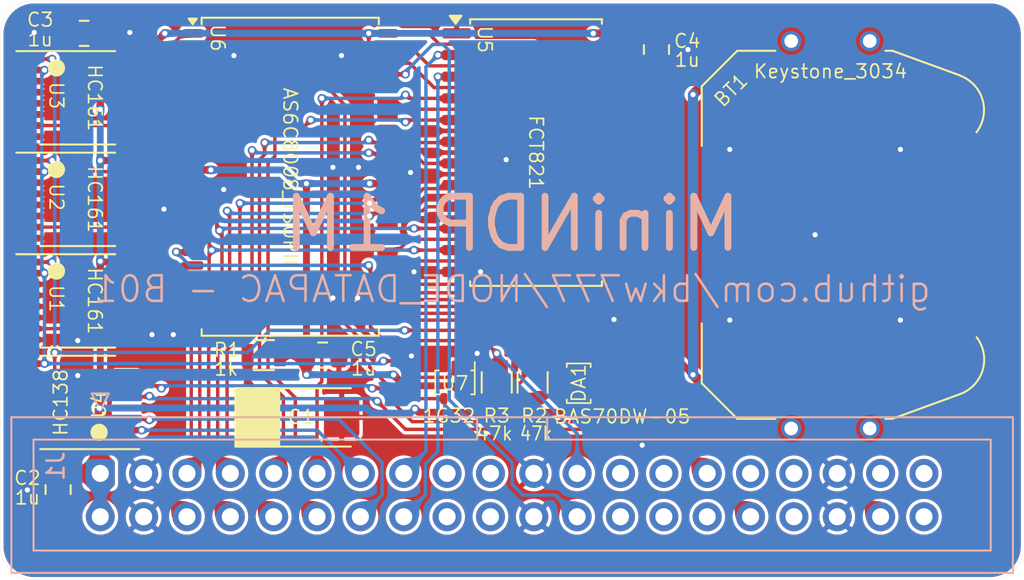
<source format=kicad_pcb>
(kicad_pcb (version 20240108) (generator "pcbnew") (generator_version "8.0")
  (title_block (title "MiniNDP 1M") (date "2024-05-21") (rev "B01") (company "Brian K. White - b.kenyon.w@gmail.com") (comment 1 "github.com/bkw777/NODE_DATAPAC"))
  (layers (0 "F.Cu" signal) (31 "B.Cu" signal) (34 "B.Paste" user) (35 "F.Paste" user) (36 "B.SilkS" user "B.Silkscreen") (37 "F.SilkS" user "F.Silkscreen") (38 "B.Mask" user) (39 "F.Mask" user) (44 "Edge.Cuts" user))
  (net 0 "")
  (net 1 "GND")
  (net 2 "VMEM")
  (net 3 "VBUS")
  (net 4 "/AD0")
  (net 5 "/AD1")
  (net 6 "/AD2")
  (net 7 "/AD3")
  (net 8 "/AD4")
  (net 9 "/AD5")
  (net 10 "/AD6")
  (net 11 "/AD7")
  (net 12 "/A8")
  (net 13 "/A9")
  (net 14 "/~{RD}")
  (net 15 "/RAMRST")
  (net 16 "/~{Y0}")
  (net 17 "/(A)")
  (net 23 "/~{BLOCK}")
  (net 24 "/~{BYTE}")
  (net 25 "/TC0")
  (net 27 "/BUS_A10")
  (net 30 "/SLEEP")
  (net 31 "/A5")
  (net 32 "/A6")
  (net 33 "/TC1")
  (net 34 "/~{CE}")
  (net 35 "/A7")
  (net 36 "/BATT+")
  (net 37 "/BUS_A8")
  (net 38 "/BUS_A9")
  (net 39 "/A0")
  (net 40 "/A1")
  (net 41 "/A2")
  (net 42 "/A3")
  (net 43 "/A4")
  (net 57 "/~{WR}")
  (net 59 "Net-(C1-Pad1)")
  (net 61 "/A15")
  (net 62 "/A12")
  (net 63 "/A13")
  (net 64 "/A18")
  (net 65 "/A14")
  (net 66 "/A16")
  (net 67 "/A17")
  (net 68 "/A10")
  (net 69 "/A11")
  (net 70 "/BUS_A11")
  (net 71 "/A19")
  (footprint "000_LOCAL:CP_6032" (layer "F.Cu") (at 139.5 110.475)
    (property "Reference" "C1")
    (property "Value" "220u10v" (hide yes))
  )
  (footprint "000_LOCAL:TSSOP-16" (layer "F.Cu") (at 126.5 109.6 180)
    (property "Reference" "U4")
    (property "Value" "HC138")
  )
  (footprint "000_LOCAL:C_0805" (layer "F.Cu") (at 125.35 114.704999 -90)
    (property "Reference" "C2")
    (property "Value" "1u")
  )
  (footprint "000_LOCAL:SOIC-24" (layer "F.Cu") (at 153.35 94.958999)
    (property "Reference" "U5")
    (property "Value" "FCT821")
  )
  (footprint "000_LOCAL:Fiducial_0.75_1.5" (layer "F.Cu") (at 179.95 118.025)
    (property "Reference" "F2" (hide yes))
    (property "Value" "Fiducial_0.75_1.5" (hide yes))
  )
  (footprint "000_LOCAL:TSSOP-16" (layer "F.Cu") (at 126.5 97.7)
    (property "Reference" "U2")
    (property "Value" "HC161")
  )
  (footprint "000_LOCAL:Fiducial_0.75_1.5" (layer "F.Cu") (at 179.95 88.025 90)
    (property "Reference" "F2" (hide yes))
    (property "Value" "Fiducial_0.75_1.5" (hide yes))
  )
  (footprint "000_LOCAL:SOT-363_SC-70-6_symmetric" (layer "F.Cu") (at 155.85 108.475 180)
    (property "Reference" "DA1")
    (property "Value" "BAS70DW-05")
  )
  (footprint "000_LOCAL:R_0805" (layer "F.Cu") (at 137.4 106.825 180)
    (property "Reference" "R1")
    (property "Value" "1k")
  )
  (footprint "000_LOCAL:TSSOP-16" (layer "F.Cu") (at 126.5 91.75)
    (property "Reference" "U3")
    (property "Value" "HC161")
  )
  (footprint "000_LOCAL:SOT-353_SC-70-5" (layer "F.Cu") (at 148.6 108.425 -90)
    (property "Reference" "U7")
    (property "Value" "1G32")
  )
  (footprint "000_LOCAL:C_0805" (layer "F.Cu") (at 160.406 88.923999 -90)
    (property "Reference" "C4")
    (property "Value" "1u")
  )
  (footprint "000_LOCAL:R_0805" (layer "F.Cu") (at 153.15 108.425 90)
    (property "Reference" "R2")
    (property "Value" "47k")
  )
  (footprint "000_LOCAL:Fiducial_0.75_1.5" (layer "F.Cu") (at 123.95 118.025)
    (property "Reference" "F3" (hide yes))
    (property "Value" "Fiducial_0.75_1.5" (hide yes))
  )
  (footprint "000_LOCAL:TSOP-II-44" (layer "F.Cu") (at 138.95 96.375)
    (property "Reference" "U6")
    (property "Value" "AS6C8008_TSOPII")
  )
  (footprint "000_LOCAL:MiniNDP_Cover" (layer "F.Cu") (at 151.95 103.025)
    (property "Reference" "ENCLOSURE")
    (property "Value" "MiniNDP_Cover")
  )
  (footprint "000_LOCAL:Keystone_3028_3034" (layer "F.Cu") (at 170.6 99.775 90)
    (property "Reference" "BT1")
    (property "Value" "Keystone_3034")
  )
  (footprint "000_LOCAL:R_0805" (layer "F.Cu") (at 151.05 108.425 90)
    (property "Reference" "R3")
    (property "Value" "47k")
  )
  (footprint "000_LOCAL:C_0805" (layer "F.Cu") (at 126.870001 87.974 180)
    (property "Reference" "C3")
    (property "Value" "1u")
  )
  (footprint "000_LOCAL:C_0805" (layer "F.Cu") (at 140.85 106.825)
    (property "Reference" "C5")
    (property "Value" "1u")
  )
  (footprint "000_LOCAL:TSSOP-16" (layer "F.Cu") (at 126.5 103.65)
    (property "Reference" "U1")
    (property "Value" "HC161")
  )
  (footprint "000_LOCAL:IDC-Header_2x20_P2.54mm_Vertical" (layer "B.Cu") (at 127.82 113.755 -90)
    (property "Reference" "J1")
    (property "Value" "Conn_02x20_Odd_Even")
  )
  (gr_line (start 123.95 86.025) (end 179.95 86.025) (stroke (width 0.01)) (layer "Edge.Cuts"))
  (gr_line (start 179.95 120.025) (end 123.95 120.025) (stroke (width 0.01)) (layer "Edge.Cuts"))
  (gr_arc (start 179.95 86.024999) (mid 181.364214 86.610786) (end 181.950001 88.025) (stroke (width 0.01)) (layer "Edge.Cuts"))
  (gr_arc (start 123.95 120.025) (mid 122.535786 119.439214) (end 121.95 118.025) (stroke (width 0.01)) (layer "Edge.Cuts"))
  (gr_arc (start 181.950001 118.025) (mid 181.364214 119.439214) (end 179.95 120.025001) (stroke (width 0.01)) (layer "Edge.Cuts"))
  (gr_line (start 181.95 88.025) (end 181.95 118.025) (stroke (width 0.01)) (layer "Edge.Cuts"))
  (gr_arc (start 121.949999 88.025) (mid 122.535786 86.610786) (end 123.95 86.024999) (stroke (width 0.01)) (layer "Edge.Cuts"))
  (gr_line (start 121.95 118.025) (end 121.95 88.025) (stroke (width 0.01)) (layer "Edge.Cuts"))
  (gr_text "${TITLE}" (at 151.95 99.15 0) (layer "B.SilkS") (effects (font (size 3 3) (thickness 0.4)) (justify mirror)))
  (gr_text "${COMMENT1} - ${REVISION}" (at 151.95 102.96 0) (layer "B.SilkS") (effects (font (size 1.5 1.5)) (justify mirror)))
  (via (at 146.2 101.944) (size 0.5) (drill 0.3) (layers "F.Cu" "B.Cu") (net 1))
  (via (at 123.95 87.925) (size 0.5) (drill 0.3) (layers "F.Cu" "B.Cu") (net 1))
  (via (at 169.7 99.775) (size 0.5) (drill 0.3) (layers "F.Cu" "B.Cu") (net 1))
  (via (at 164.7 94.775) (size 0.5) (drill 0.3) (layers "F.Cu" "B.Cu") (net 1))
  (via (at 174.7 94.775) (size 0.5) (drill 0.3) (layers "F.Cu" "B.Cu") (net 1))
  (via (at 132.1 105.625) (size 0.5) (drill 0.3) (layers "F.Cu" "B.Cu") (net 1))
  (via (at 142.9 103.475) (size 0.5) (drill 0.3) (layers "F.Cu" "B.Cu") (net 1))
  (via (at 146.05 106.875) (size 0.5) (drill 0.3) (layers "F.Cu" "B.Cu") (net 1))
  (via (at 149.9 106.725) (size 0.5) (drill 0.3) (layers "F.Cu" "B.Cu") (net 1))
  (via (at 141.95 89.275) (size 0.5) (drill 0.3) (layers "F.Cu" "B.Cu") (net 1))
  (via (at 157.919 104.738) (size 0.5) (drill 0.3) (layers "F.Cu" "B.Cu") (net 1))
  (via (at 150.1 101.944) (size 0.5) (drill 0.3) (layers "F.Cu" "B.Cu") (net 1))
  (via (at 151.6 95.375) (size 0.5) (drill 0.3) (layers "F.Cu" "B.Cu") (net 1))
  (via (at 123.55 114.725) (size 0.5) (drill 0.3) (layers "F.Cu" "B.Cu") (net 1))
  (via (at 141.45 103.475) (size 0.5) (drill 0.3) (layers "F.Cu" "B.Cu") (net 1))
  (via (at 126.5 108.025) (size 0.5) (drill 0.3) (layers "F.Cu" "B.Cu") (net 1))
  (via (at 142.95 95.825) (size 0.5) (drill 0.3) (layers "F.Cu" "B.Cu") (net 1))
  (via (at 164.7 104.775) (size 0.5) (drill 0.3) (layers "F.Cu" "B.Cu") (net 1))
  (via (at 130.85 105.625) (size 0.5) (drill 0.3) (layers "F.Cu" "B.Cu") (net 1))
  (via (at 146 96.125) (size 0.5) (drill 0.3) (layers "F.Cu" "B.Cu") (net 1))
  (via (at 131.55 98.275) (size 0.5) (drill 0.3) (layers "F.Cu" "B.Cu") (net 1))
  (via (at 162.25 88.925) (size 0.5) (drill 0.3) (layers "F.Cu" "B.Cu") (net 1))
  (via (at 159.57 112.104) (size 0.5) (drill 0.3) (layers "F.Cu" "B.Cu") (net 1))
  (via (at 129.55 87.925) (size 0.5) (drill 0.3) (layers "F.Cu" "B.Cu") (net 1))
  (via (at 135.65 89.275) (size 0.5) (drill 0.3) (layers "F.Cu" "B.Cu") (net 1))
  (via (at 174.7 104.775) (size 0.5) (drill 0.3) (layers "F.Cu" "B.Cu") (net 1))
  (via (at 141.45 95.825) (size 0.5) (drill 0.3) (layers "F.Cu" "B.Cu") (net 1))
  (via (at 126.5 105.975) (size 0.5) (drill 0.3) (layers "F.Cu" "B.Cu") (net 1))
  (via (at 135.05 97.125) (size 0.5) (drill 0.3) (layers "F.Cu" "B.Cu") (net 1))
  (segment (start 139.900001 106.825) (end 138.349999 106.825) (width 0.4) (layer "F.Cu") (net 2))
  (segment (start 139.900001 106.825) (end 139.900001 106.825001) (width 0.4) (layer "F.Cu") (net 2))
  (segment (start 143.6 96.775) (end 144.65 96.775) (width 0.4) (layer "F.Cu") (net 2))
  (segment (start 148.5 108.625) (end 149.25 109.375) (width 0.4) (layer "F.Cu") (net 2))
  (segment (start 139.900001 106.825001) (end 139.900001 96.775001) (width 0.4) (layer "F.Cu") (net 2))
  (segment (start 151.05 109.374999) (end 153.15 109.374999) (width 0.4) (layer "F.Cu") (net 2))
  (segment (start 153.399999 109.125) (end 153.15 109.374999) (width 0.4) (layer "F.Cu") (net 2))
  (segment (start 154.9 109.125) (end 153.399999 109.125) (width 0.4) (layer "F.Cu") (net 2))
  (segment (start 139.900001 106.825) (end 139.900001 107.974999) (width 0.4) (layer "F.Cu") (net 2))
  (segment (start 145.650001 108.625) (end 148.5 108.625) (width 0.4) (layer "F.Cu") (net 2))
  (segment (start 149.25 109.375) (end 151.049999 109.375) (width 0.4) (layer "F.Cu") (net 2))
  (segment (start 145 107.974999) (end 145.650001 108.625) (width 0.4) (layer "F.Cu") (net 2))
  (segment (start 134.3 95.975) (end 133.25 95.975) (width 0.4) (layer "F.Cu") (net 2))
  (segment (start 151.049999 109.375) (end 151.05 109.374999) (width 0.4) (layer "F.Cu") (net 2))
  (via (at 139.900001 107.974999) (size 0.5) (drill 0.3) (layers "F.Cu" "B.Cu") (net 2))
  (via (at 145 107.974999) (size 0.5) (drill 0.3) (layers "F.Cu" "B.Cu") (net 2))
  (via (at 134.3 95.975) (size 0.5) (drill 0.3) (layers "F.Cu" "B.Cu") (net 2))
  (via (at 139.9 96.775) (size 0.5) (drill 0.3) (layers "F.Cu" "B.Cu") (net 2))
  (via (at 143.6 96.775) (size 0.5) (drill 0.3) (layers "F.Cu" "B.Cu") (net 2))
  (segment (start 139.3 96.775) (end 138.5 95.975) (width 0.4) (layer "B.Cu") (net 2))
  (segment (start 139.9 96.775) (end 139.3 96.775) (width 0.4) (layer "B.Cu") (net 2))
  (segment (start 143.6 96.775) (end 139.9 96.775) (width 0.4) (layer "B.Cu") (net 2))
  (segment (start 138.5 95.975) (end 134.3 95.975) (width 0.4) (layer "B.Cu") (net 2))
  (segment (start 139.900001 107.974999) (end 145 107.974999) (width 0.4) (layer "B.Cu") (net 2))
  (segment (start 144.65 91.175) (end 143.8 91.175) (width 0.2) (layer "F.Cu") (net 3))
  (segment (start 127.75 109.925) (end 127.82 109.855) (width 0.4) (layer "F.Cu") (net 3))
  (segment (start 127.82 95.425) (end 129.35 95.425) (width 0.4) (layer "F.Cu") (net 3))
  (segment (start 155.75 110.175) (end 156.8 109.125) (width 0.4) (layer "F.Cu") (net 3))
  (segment (start 146.45 110.175) (end 155.75 110.175) (width 0.4) (layer "F.Cu") (net 3))
  (segment (start 127.7 113.635) (end 127.7 109.975) (width 0.4) (layer "F.Cu") (net 3))
  (segment (start 129.35 89.475) (end 130.1 89.475) (width 0.4) (layer "F.Cu") (net 3))
  (segment (start 127.7 109.975) (end 127.75 109.925) (width 0.4) (layer "F.Cu") (net 3))
  (segment (start 125.35 113.755) (end 127.82 113.755) (width 0.4) (layer "F.Cu") (net 3))
  (segment (start 123.65 105.275) (end 127.82 105.275) (width 0.2) (layer "F.Cu") (net 3))
  (segment (start 129.35 105.925) (end 129.35 105.275) (width 0.2) (layer "F.Cu") (net 3))
  (segment (start 124.85 112.575) (end 124.85 113.755) (width 0.4) (layer "F.Cu") (net 3))
  (segment (start 127.82 105.275) (end 129.35 105.275) (width 0.2) (layer "F.Cu") (net 3))
  (segment (start 158 87.974) (end 156.701 87.974) (width 0.4) (layer "F.Cu") (net 3))
  (segment (start 146.25 109.975) (end 146.45 110.175) (width 0.4) (layer "F.Cu") (net 3))
  (segment (start 130.1 89.475) (end 131.601 87.974) (width 0.4) (layer "F.Cu") (net 3))
  (segment (start 124.85 113.755) (end 125.35 113.755) (width 0.4) (layer "F.Cu") (net 3))
  (segment (start 143.55 90.925) (end 143.55 87.974) (width 0.2) (layer "F.Cu") (net 3))
  (segment (start 127.87 101.375) (end 129.35 101.375) (width 0.4) (layer "F.Cu") (net 3))
  (segment (start 129.35 95.425) (end 129.35 94.025) (width 0.2) (layer "F.Cu") (net 3))
  (segment (start 124.15 111.875) (end 124.85 112.575) (width 0.4) (layer "F.Cu") (net 3))
  (segment (start 127.82 92.425) (end 127.82 89.475) (width 0.4) (layer "F.Cu") (net 3))
  (segment (start 127.82 109.855) (end 127.82 105.275) (width 0.4) (layer "F.Cu") (net 3))
  (segment (start 158 87.974) (end 160.406 87.974) (width 0.4) (layer "F.Cu") (net 3))
  (segment (start 127.82 101.325) (end 127.82 105.275) (width 0.4) (layer "F.Cu") (net 3))
  (segment (start 127.82 113.755) (end 127.7 113.635) (width 0.4) (layer "F.Cu") (net 3))
  (segment (start 127.82 89.475) (end 127.82 87.974) (width 0.4) (layer "F.Cu") (net 3))
  (segment (start 127.82 101.325) (end 127.87 101.375) (width 0.4) (layer "F.Cu") (net 3))
  (segment (start 129.35 101.375) (end 129.35 99.975) (width 0.2) (layer "F.Cu") (net 3))
  (segment (start 129.35 89.475) (end 127.82 89.475) (width 0.4) (layer "F.Cu") (net 3))
  (segment (start 143.8 91.175) (end 143.55 90.925) (width 0.2) (layer "F.Cu") (net 3))
  (segment (start 123.65 111.875) (end 124.15 111.875) (width 0.4) (layer "F.Cu") (net 3))
  (via (at 156.701 87.974) (size 0.5) (drill 0.3) (layers "F.Cu" "B.Cu") (net 3))
  (via (at 127.82 92.425) (size 0.5) (drill 0.3) (layers "F.Cu" "B.Cu") (net 3))
  (via (at 127.82 95.425) (size 0.5) (drill 0.3) (layers "F.Cu" "B.Cu") (net 3))
  (via (at 127.75 109.925) (size 0.5) (drill 0.3) (layers "F.Cu" "B.Cu") (net 3))
  (via (at 127.82 101.325) (size 0.5) (drill 0.3) (layers "F.Cu" "B.Cu") (net 3))
  (via (at 131.601 87.974) (size 0.5) (drill 0.3) (layers "F.Cu" "B.Cu") (net 3))
  (via (at 143.55 87.974) (size 0.5) (drill 0.3) (layers "F.Cu" "B.Cu") (net 3))
  (via (at 146.25 109.975) (size 0.5) (drill 0.3) (layers "F.Cu" "B.Cu") (net 3))
  (segment (start 127.82 95.425) (end 127.82 92.425) (width 0.4) (layer "B.Cu") (net 3))
  (segment (start 156.701 87.974) (end 143.55 87.974) (width 0.4) (layer "B.Cu") (net 3))
  (segment (start 146 110.225) (end 146.25 109.975) (width 0.4) (layer "B.Cu") (net 3))
  (segment (start 143.7 110.225) (end 146 110.225) (width 0.4) (layer "B.Cu") (net 3))
  (segment (start 127.75 109.925) (end 143.4 109.925) (width 0.4) (layer "B.Cu") (net 3))
  (segment (start 127.82 116.295) (end 127.82 113.755) (width 0.4) (layer "B.Cu") (net 3))
  (segment (start 127.82 101.325) (end 127.82 95.425) (width 0.4) (layer "B.Cu") (net 3))
  (segment (start 143.4 109.925) (end 143.7 110.225) (width 0.4) (layer "B.Cu") (net 3))
  (segment (start 143.55 87.974) (end 131.601 87.974) (width 0.4) (layer "B.Cu") (net 3))
  (segment (start 133.4 98.525) (end 133.95 98.525) (width 0.2) (layer "F.Cu") (net 4))
  (segment (start 148.7 100.673999) (end 146.2 100.673999) (width 0.2) (layer "F.Cu") (net 4))
  (segment (start 134.35 100.675) (end 134.2 100.825) (width 0.2) (layer "F.Cu") (net 4))
  (segment (start 133.15 106.225) (end 133.15 111.675) (width 0.2) (layer "F.Cu") (net 4))
  (segment (start 134.2 100.825) (end 134.2 105.175) (width 0.2) (layer "F.Cu") (net 4))
  (segment (start 134.2 105.175) (end 133.15 106.225) (width 0.2) (layer "F.Cu") (net 4))
  (segment (start 134.2 98.775) (end 134.2 100.525) (width 0.2) (layer "F.Cu") (net 4))
  (segment (start 134.2 100.525) (end 134.35 100.675) (width 0.2) (layer "F.Cu") (net 4))
  (segment (start 133.95 98.525) (end 134.2 98.775) (width 0.2) (layer "F.Cu") (net 4))
  (segment (start 131.63 113.195) (end 131.63 115.025) (width 0.2) (layer "F.Cu") (net 4))
  (segment (start 133.15 111.675) (end 131.63 113.195) (width 0.2) (layer "F.Cu") (net 4))
  (segment (start 131.63 115.025) (end 132.9 116.295) (width 0.2) (layer "F.Cu") (net 4))
  (segment (start 133.25 98.375) (end 133.4 98.525) (width 0.2) (layer "F.Cu") (net 4))
  (via (at 146.2 100.673999) (size 0.5) (drill 0.3) (layers "F.Cu" "B.Cu") (net 4))
  (via (at 134.35 100.675) (size 0.5) (drill 0.3) (layers "F.Cu" "B.Cu") (net 4))
  (segment (start 136.297998 100.675) (end 134.35 100.675) (width 0.2) (layer "B.Cu") (net 4))
  (segment (start 146.2 100.673999) (end 136.298999 100.673999) (width 0.2) (layer "B.Cu") (net 4))
  (segment (start 136.298999 100.673999) (end 136.297998 100.675) (width 0.2) (layer "B.Cu") (net 4))
  (segment (start 134.05 97.725) (end 133.4 97.725) (width 0.2) (layer "F.Cu") (net 5))
  (segment (start 134.65 98.325) (end 134.05 97.725) (width 0.2) (layer "F.Cu") (net 5))
  (segment (start 133.65 106.325) (end 133.65 113.005) (width 0.2) (layer "F.Cu") (net 5))
  (segment (start 133.65 113.005) (end 132.9 113.755) (width 0.2) (layer "F.Cu") (net 5))
  (segment (start 134.95 105.025) (end 133.65 106.325) (width 0.2) (layer "F.Cu") (net 5))
  (segment (start 134.65 99.375) (end 134.65 98.325) (width 0.2) (layer "F.Cu") (net 5))
  (segment (start 133.4 97.725) (end 133.25 97.575) (width 0.2) (layer "F.Cu") (net 5))
  (segment (start 148.7 99.403999) (end 146.2 99.403999) (width 0.2) (layer "F.Cu") (net 5))
  (segment (start 134.8 99.525) (end 134.95 99.675) (width 0.2) (layer "F.Cu") (net 5))
  (segment (start 134.95 99.675) (end 134.95 105.025) (width 0.2) (layer "F.Cu") (net 5))
  (segment (start 134.8 99.525) (end 134.65 99.375) (width 0.2) (layer "F.Cu") (net 5))
  (via (at 146.2 99.403999) (size 0.5) (drill 0.3) (layers "F.Cu" "B.Cu") (net 5))
  (via (at 134.8 99.525) (size 0.5) (drill 0.3) (layers "F.Cu" "B.Cu") (net 5))
  (segment (start 134.921001 99.403999) (end 134.8 99.525) (width 0.2) (layer "B.Cu") (net 5))
  (segment (start 146.2 99.403999) (end 134.921001 99.403999) (width 0.2) (layer "B.Cu") (net 5))
  (segment (start 146.941001 98.133999) (end 148.699999 98.133999) (width 0.2) (layer "F.Cu") (net 6))
  (segment (start 143.75 98.525) (end 144.5 98.525) (width 0.2) (layer "F.Cu") (net 6))
  (segment (start 143.6 98.675) (end 143.75 98.525) (width 0.2) (layer "F.Cu") (net 6))
  (segment (start 135.25 98.375) (end 135.4 98.525) (width 0.2) (layer "F.Cu") (net 6))
  (segment (start 134.17 106.405) (end 134.17 115.025) (width 0.2) (layer "F.Cu") (net 6))
  (segment (start 144.5 98.525) (end 144.65 98.375) (width 0.2) (layer "F.Cu") (net 6))
  (segment (start 134.17 115.025) (end 135.44 116.295) (width 0.2) (layer "F.Cu") (net 6))
  (segment (start 146.7 98.375) (end 146.941001 98.133999) (width 0.2) (layer "F.Cu") (net 6))
  (segment (start 135.4 105.175) (end 134.17 106.405) (width 0.2) (layer "F.Cu") (net 6))
  (segment (start 135.4 98.525) (end 135.4 105.175) (width 0.2) (layer "F.Cu") (net 6))
  (segment (start 144.65 98.375) (end 146.7 98.375) (width 0.2) (layer "F.Cu") (net 6))
  (via (at 135.25 98.375) (size 0.5) (drill 0.3) (layers "F.Cu" "B.Cu") (net 6))
  (via (at 143.6 98.675) (size 0.5) (drill 0.3) (layers "F.Cu" "B.Cu") (net 6))
  (segment (start 143.45 98.525) (end 135.4 98.525) (width 0.2) (layer "B.Cu") (net 6))
  (segment (start 143.6 98.675) (end 143.45 98.525) (width 0.2) (layer "B.Cu") (net 6))
  (segment (start 135.4 98.525) (end 135.25 98.375) (width 0.2) (layer "B.Cu") (net 6))
  (segment (start 148.488999 97.075) (end 148.7 96.863999) (width 0.2) (layer "F.Cu") (net 7))
  (segment (start 143.8 97.725) (end 144.5 97.725) (width 0.2) (layer "F.Cu") (net 7))
  (segment (start 146.24525 97.575) (end 146.74525 97.075) (width 0.2) (layer "F.Cu") (net 7))
  (segment (start 146.74525 97.075) (end 148.488999 97.075) (width 0.2) (layer "F.Cu") (net 7))
  (segment (start 134.7 113.015) (end 135.44 113.755) (width 0.2) (layer "F.Cu") (net 7))
  (segment (start 144.5 97.725) (end 144.65 97.575) (width 0.2) (layer "F.Cu") (net 7))
  (segment (start 136 97.925) (end 136 105.175) (width 0.2) (layer "F.Cu") (net 7))
  (segment (start 143.6 97.925) (end 143.8 97.725) (width 0.2) (layer "F.Cu") (net 7))
  (segment (start 136 105.175) (end 134.7 106.475) (width 0.2) (layer "F.Cu") (net 7))
  (segment (start 144.65 97.575) (end 146.24525 97.575) (width 0.2) (layer "F.Cu") (net 7))
  (segment (start 134.7 106.475) (end 134.7 113.015) (width 0.2) (layer "F.Cu") (net 7))
  (via (at 136 97.925) (size 0.5) (drill 0.3) (layers "F.Cu" "B.Cu") (net 7))
  (via (at 143.6 97.925) (size 0.5) (drill 0.3) (layers "F.Cu" "B.Cu") (net 7))
  (segment (start 143.6 97.925) (end 136 97.925) (width 0.2) (layer "B.Cu") (net 7))
  (segment (start 146.768999 95.593999) (end 148.7 95.593999) (width 0.2) (layer "F.Cu") (net 8))
  (segment (start 136.71 94.825) (end 136.71 105.065) (width 0.2) (layer "F.Cu") (net 8))
  (segment (start 144.65 95.175) (end 146.35 95.175) (width 0.2) (layer "F.Cu") (net 8))
  (segment (start 136.71 105.065) (end 135.25 106.525) (width 0.2) (layer "F.Cu") (net 8))
  (segment (start 143.6 95.025) (end 144.5 95.025) (width 0.2) (layer "F.Cu") (net 8))
  (segment (start 135.25 111.675) (end 136.71 113.135) (width 0.2) (layer "F.Cu") (net 8))
  (segment (start 146.35 95.175) (end 146.768999 95.593999) (width 0.2) (layer "F.Cu") (net 8))
  (segment (start 143.55 94.975) (end 143.6 95.025) (width 0.2) (layer "F.Cu") (net 8))
  (segment (start 144.5 95.025) (end 144.65 95.175) (width 0.2) (layer "F.Cu") (net 8))
  (segment (start 135.25 106.525) (end 135.25 111.675) (width 0.2) (layer "F.Cu") (net 8))
  (segment (start 136.71 113.135) (end 136.71 115.025) (width 0.2) (layer "F.Cu") (net 8))
  (segment (start 136.71 115.025) (end 137.98 116.295) (width 0.2) (layer "F.Cu") (net 8))
  (via (at 143.55 94.975) (size 0.5) (drill 0.3) (layers "F.Cu" "B.Cu") (net 8))
  (via (at 136.71 94.825) (size 0.5) (drill 0.3) (layers "F.Cu" "B.Cu") (net 8))
  (segment (start 136.71 94.825) (end 136.86 94.975) (width 0.2) (layer "B.Cu") (net 8))
  (segment (start 136.86 94.975) (end 143.55 94.975) (width 0.2) (layer "B.Cu") (net 8))
  (segment (start 143.55 94.225) (end 143.7 94.375) (width 0.2) (layer "F.Cu") (net 9))
  (segment (start 137.15 95.375) (end 137.15 107.875) (width 0.2) (layer "F.Cu") (net 9))
  (segment (start 148.648999 94.375) (end 148.7 94.323999) (width 0.2) (layer "F.Cu") (net 9))
  (segment (start 137.45 94.375) (end 137.45 95.075) (width 0.2) (layer "F.Cu") (net 9))
  (segment (start 137.15 107.875) (end 138.55 109.275) (width 0.2) (layer "F.Cu") (net 9))
  (segment (start 137.45 95.075) (end 137.15 95.375) (width 0.2) (layer "F.Cu") (net 9))
  (segment (start 138.55 109.275) (end 138.55 113.185) (width 0.2) (layer "F.Cu") (net 9))
  (segment (start 143.7 94.375) (end 148.648999 94.375) (width 0.2) (layer "F.Cu") (net 9))
  (segment (start 138.55 113.185) (end 137.98 113.755) (width 0.2) (layer "F.Cu") (net 9))
  (via (at 143.55 94.225) (size 0.5) (drill 0.3) (layers "F.Cu" "B.Cu") (net 9))
  (via (at 137.45 94.375) (size 0.5) (drill 0.3) (layers "F.Cu" "B.Cu") (net 9))
  (segment (start 137.45 94.375) (end 143.4 94.375) (width 0.2) (layer "B.Cu") (net 9))
  (segment (start 143.4 94.375) (end 143.55 94.225) (width 0.2) (layer "B.Cu") (net 9))
  (segment (start 145.821001 93.053999) (end 145.7 93.175) (width 0.2) (layer "F.Cu") (net 10))
  (segment (start 137.65 107.725) (end 139.25 109.325) (width 0.2) (layer "F.Cu") (net 10))
  (segment (start 139.428999 93.775) (end 138.05 93.775) (width 0.2) (layer "F.Cu") (net 10))
  (segment (start 138.05 93.775) (end 136.9 93.775) (width 0.2) (layer "F.Cu") (net 10))
  (segment (start 148.7 93.053999) (end 145.821001 93.053999) (width 0.2) (layer "F.Cu") (net 10))
  (segment (start 138.05 95.175) (end 137.65 95.575) (width 0.2) (layer "F.Cu") (net 10))
  (segment (start 138.05 93.775) (end 138.05 95.175) (width 0.2) (layer "F.Cu") (net 10))
  (segment (start 135.65 95.025) (end 133.4 95.025) (width 0.2) (layer "F.Cu") (net 10))
  (segment (start 137.65 95.575) (end 137.65 107.725) (width 0.2) (layer "F.Cu") (net 10))
  (segment (start 136.9 93.775) (end 135.65 95.025) (width 0.2) (layer "F.Cu") (net 10))
  (segment (start 139.25 115.025) (end 140.52 116.295) (width 0.2) (layer "F.Cu") (net 10))
  (segment (start 140.15 93.053999) (end 139.428999 93.775) (width 0.2) (layer "F.Cu") (net 10))
  (segment (start 139.25 109.325) (end 139.25 115.025) (width 0.2) (layer "F.Cu") (net 10))
  (segment (start 133.4 95.025) (end 133.25 95.175) (width 0.2) (layer "F.Cu") (net 10))
  (via (at 145.7 93.175) (size 0.5) (drill 0.3) (layers "F.Cu" "B.Cu") (net 10))
  (via (at 140.15 93.053999) (size 0.5) (drill 0.3) (layers "F.Cu" "B.Cu") (net 10))
  (segment (start 145.578999 93.053999) (end 145.7 93.175) (width 0.2) (layer "B.Cu") (net 10))
  (segment (start 140.15 93.053999) (end 145.578999 93.053999) (width 0.2) (layer "B.Cu") (net 10))
  (segment (start 140.52 108.655) (end 140.52 113.755) (width 0.2) (layer "F.Cu") (net 11))
  (segment (start 148.699999 91.783999) (end 145.908999 91.783999) (width 0.2) (layer "F.Cu") (net 11))
  (segment (start 135.35 94.375) (end 133.25 94.375) (width 0.2) (layer "F.Cu") (net 11))
  (segment (start 137.3 92.425) (end 135.35 94.375) (width 0.2) (layer "F.Cu") (net 11))
  (segment (start 145.908999 91.783999) (end 145.7 91.575) (width 0.2) (layer "F.Cu") (net 11))
  (segment (start 140.8 92.425) (end 137.3 92.425) (width 0.2) (layer "F.Cu") (net 11))
  (segment (start 140.8 91.775) (end 140.8 108.375) (width 0.2) (layer "F.Cu") (net 11))
  (segment (start 140.8 108.375) (end 140.52 108.655) (width 0.2) (layer "F.Cu") (net 11))
  (via (at 140.8 91.775) (size 0.5) (drill 0.3) (layers "F.Cu" "B.Cu") (net 11))
  (via (at 145.7 91.575) (size 0.5) (drill 0.3) (layers "F.Cu" "B.Cu") (net 11))
  (segment (start 140.808999 91.783999) (end 145.491001 91.783999) (width 0.2) (layer "B.Cu") (net 11))
  (segment (start 140.8 91.775) (end 140.808999 91.783999) (width 0.2) (layer "B.Cu") (net 11))
  (segment (start 145.491001 91.783999) (end 145.7 91.575) (width 0.2) (layer "B.Cu") (net 11))
  (segment (start 129.35 90.775) (end 129.45 90.675) (width 0.2) (layer "F.Cu") (net 12))
  (segment (start 130.2 90.675) (end 131.35 89.525) (width 0.2) (layer "F.Cu") (net 12))
  (segment (start 132.55 88.125) (end 133.1 88.125) (width 0.2) (layer "F.Cu") (net 12))
  (segment (start 133.1 88.125) (end 133.25 87.975) (width 0.2) (layer "F.Cu") (net 12))
  (segment (start 131.35 89.325) (end 132.55 88.125) (width 0.2) (layer "F.Cu") (net 12))
  (segment (start 131.35 89.525) (end 131.35 89.325) (width 0.2) (layer "F.Cu") (net 12))
  (segment (start 129.45 90.675) (end 130.2 90.675) (width 0.2) (layer "F.Cu") (net 12))
  (segment (start 133.1 88.925) (end 133.25 88.775) (width 0.2) (layer "F.Cu") (net 13))
  (segment (start 129.45 91.325) (end 130.2 91.325) (width 0.2) (layer "F.Cu") (net 13))
  (segment (start 129.35 91.425) (end 129.45 91.325) (width 0.2) (layer "F.Cu") (net 13))
  (segment (start 130.2 91.325) (end 132.6 88.925) (width 0.2) (layer "F.Cu") (net 13))
  (segment (start 132.6 88.925) (end 133.1 88.925) (width 0.2) (layer "F.Cu") (net 13))
  (segment (start 144.65 90.375) (end 145.7 90.375) (width 0.2) (layer "F.Cu") (net 14))
  (via (at 145.7 90.375) (size 0.5) (drill 0.3) (layers "F.Cu" "B.Cu") (net 14))
  (segment (start 145.7 90.375) (end 145.7 90.225) (width 0.2) (layer "B.Cu") (net 14))
  (segment (start 154.49 115.025) (end 155.76 116.295) (width 0.2) (layer "B.Cu") (net 14))
  (segment (start 152.585 115.025) (end 154.49 115.025) (width 0.2) (layer "B.Cu") (net 14))
  (segment (start 145.7 90.225) (end 147.3 88.625) (width 0.2) (layer "B.Cu") (net 14))
  (segment (start 148.267 109.447) (end 151.95 113.13) (width 0.2) (layer "B.Cu") (net 14))
  (segment (start 148.267 88.99) (end 148.267 109.447) (width 0.2) (layer "B.Cu") (net 14))
  (segment (start 151.95 114.39) (end 152.585 115.025) (width 0.2) (layer "B.Cu") (net 14))
  (segment (start 147.3 88.625) (end 147.902 88.625) (width 0.2) (layer "B.Cu") (net 14))
  (segment (start 151.95 113.13) (end 151.95 114.39) (width 0.2) (layer "B.Cu") (net 14))
  (segment (start 147.902 88.625) (end 148.267 88.99) (width 0.2) (layer "B.Cu") (net 14))
  (segment (start 172.27 115.025) (end 173.54 116.295) (width 0.2) (layer "F.Cu") (net 15))
  (segment (start 167.825 115.025) (end 172.27 115.025) (width 0.2) (layer "F.Cu") (net 15))
  (segment (start 167.19 113.12) (end 167.19 114.39) (width 0.2) (layer "F.Cu") (net 15))
  (segment (start 166.174 112.104) (end 167.19 113.12) (width 0.2) (layer "F.Cu") (net 15))
  (segment (start 165.729 112.104) (end 166.174 112.104) (width 0.2) (layer "F.Cu") (net 15))
  (segment (start 167.19 114.39) (end 167.825 115.025) (width 0.2) (layer "F.Cu") (net 15))
  (segment (start 156.8 107.825) (end 161.45 107.825) (width 0.2) (layer "F.Cu") (net 15))
  (segment (start 161.45 107.825) (end 165.729 112.104) (width 0.2) (layer "F.Cu") (net 15))
  (segment (start 145.7 111.175) (end 160.8 111.175) (width 0.2) (layer "F.Cu") (net 16))
  (segment (start 130.7 109.225) (end 130.65 109.275) (width 0.2) (layer "F.Cu") (net 16))
  (segment (start 160.8 111.175) (end 163.38 113.755) (width 0.2) (layer "F.Cu") (net 16))
  (segment (start 130.65 109.275) (end 129.35 109.275) (width 0.2) (layer "F.Cu") (net 16))
  (segment (start 144.05 109.525) (end 145.7 111.175) (width 0.2) (layer "F.Cu") (net 16))
  (via (at 144.05 109.525) (size 0.5) (drill 0.3) (layers "F.Cu" "B.Cu") (net 16))
  (via (at 130.7 109.225) (size 0.5) (drill 0.3) (layers "F.Cu" "B.Cu") (net 16))
  (segment (start 143.9 109.375) (end 130.85 109.375) (width 0.2) (layer "B.Cu") (net 16))
  (segment (start 130.85 109.375) (end 130.7 109.225) (width 0.2) (layer "B.Cu") (net 16))
  (segment (start 144.05 109.525) (end 143.9 109.375) (width 0.2) (layer "B.Cu") (net 16))
  (segment (start 146.1 110.725) (end 162.255 110.725) (width 0.2) (layer "F.Cu") (net 17))
  (segment (start 162.255 110.725) (end 164.65 113.12) (width 0.2) (layer "F.Cu") (net 17))
  (segment (start 131.25 108.625) (end 129.35 108.625) (width 0.2) (layer "F.Cu") (net 17))
  (segment (start 143.75 108.775) (end 144.15 108.775) (width 0.2) (layer "F.Cu") (net 17))
  (segment (start 164.65 115.025) (end 165.92 116.295) (width 0.2) (layer "F.Cu") (net 17))
  (segment (start 131.4 108.775) (end 131.25 108.625) (width 0.2) (layer "F.Cu") (net 17))
  (segment (start 164.65 113.12) (end 164.65 115.025) (width 0.2) (layer "F.Cu") (net 17))
  (segment (start 144.15 108.775) (end 146.1 110.725) (width 0.2) (layer "F.Cu") (net 17))
  (via (at 143.75 108.775) (size 0.5) (drill 0.3) (layers "F.Cu" "B.Cu") (net 17))
  (via (at 131.4 108.775) (size 0.5) (drill 0.3) (layers "F.Cu" "B.Cu") (net 17))
  (segment (start 143.75 108.775) (end 143.6 108.625) (width 0.2) (layer "B.Cu") (net 17))
  (segment (start 131.55 108.625) (end 131.4 108.775) (width 0.2) (layer "B.Cu") (net 17))
  (segment (start 143.6 108.625) (end 131.55 108.625) (width 0.2) (layer "B.Cu") (net 17))
  (segment (start 125.15 106.675) (end 125.15 108.225) (width 0.2) (layer "F.Cu") (net 23))
  (segment (start 152.8 105.375) (end 156.231002 101.943998) (width 0.2) (layer "F.Cu") (net 23))
  (segment (start 145.65 105.375) (end 152.8 105.375) (width 0.2) (layer "F.Cu") (net 23))
  (segment (start 156.231002 101.943998) (end 158 101.943998) (width 0.2) (layer "F.Cu") (net 23))
  (segment (start 124.75 108.625) (end 123.65 108.625) (width 0.2) (layer "F.Cu") (net 23))
  (segment (start 123.65 89.475) (end 125 89.475) (width 0.2) (layer "F.Cu") (net 23))
  (segment (start 123.65 95.425) (end 125 95.425) (width 0.2) (layer "F.Cu") (net 23))
  (segment (start 125.15 108.225) (end 124.75 108.625) (width 0.2) (layer "F.Cu") (net 23))
  (segment (start 123.65 101.375) (end 125 101.375) (width 0.2) (layer "F.Cu") (net 23))
  (via (at 145.65 105.375) (size 0.5) (drill 0.3) (layers "F.Cu" "B.Cu") (net 23))
  (via (at 125 95.425) (size 0.5) (drill 0.3) (layers "F.Cu" "B.Cu") (net 23))
  (via (at 125 89.475) (size 0.5) (drill 0.3) (layers "F.Cu" "B.Cu") (net 23))
  (via (at 125.15 106.675) (size 0.5) (drill 0.3) (layers "F.Cu" "B.Cu") (net 23))
  (via (at 125 101.375) (size 0.5) (drill 0.3) (layers "F.Cu" "B.Cu") (net 23))
  (segment (start 137.75 105.375) (end 136.45 106.675) (width 0.2) (layer "B.Cu") (net 23))
  (segment (start 125.15 95.575) (end 125.15 101.225) (width 0.2) (layer "B.Cu") (net 23))
  (segment (start 125.15 101.225) (end 125 101.375) (width 0.2) (layer "B.Cu") (net 23))
  (segment (start 145.65 105.375) (end 137.75 105.375) (width 0.2) (layer "B.Cu") (net 23))
  (segment (start 125.15 89.625) (end 125.15 95.275) (width 0.2) (layer "B.Cu") (net 23))
  (segment (start 125.15 101.525) (end 125 101.375) (width 0.2) (layer "B.Cu") (net 23))
  (segment (start 125.15 106.675) (end 125.15 101.525) (width 0.2) (layer "B.Cu") (net 23))
  (segment (start 125.15 95.275) (end 125 95.425) (width 0.2) (layer "B.Cu") (net 23))
  (segment (start 125 95.425) (end 125.15 95.575) (width 0.2) (layer "B.Cu") (net 23))
  (segment (start 125 89.475) (end 125.15 89.625) (width 0.2) (layer "B.Cu") (net 23))
  (segment (start 136.45 106.675) (end 125.15 106.675) (width 0.2) (layer "B.Cu") (net 23))
  (segment (start 123.65 90.125) (end 124.55 90.125) (width 0.2) (layer "F.Cu") (net 24))
  (segment (start 148.6 107.475001) (end 148.5 107.575001) (width 0.2) (layer "F.Cu") (net 24))
  (segment (start 148.5 107.575001) (end 148.5 107.925) (width 0.2) (layer "F.Cu") (net 24))
  (segment (start 123.65 107.325) (end 124.55 107.325) (width 0.2) (layer "F.Cu") (net 24))
  (segment (start 146.1 108.125) (end 145.15 107.175) (width 0.2) (layer "F.Cu") (net 24))
  (segment (start 123.65 102.025) (end 124.55 102.025) (width 0.2) (layer "F.Cu") (net 24))
  (segment (start 145.15 107.175) (end 144.4 107.175) (width 0.2) (layer "F.Cu") (net 24))
  (segment (start 148.5 107.925) (end 148.3 108.125) (width 0.2) (layer "F.Cu") (net 24))
  (segment (start 148.3 108.125) (end 146.1 108.125) (width 0.2) (layer "F.Cu") (net 24))
  (segment (start 123.65 96.075) (end 124.55 96.075) (width 0.2) (layer "F.Cu") (net 24))
  (via (at 124.55 102.025) (size 0.5) (drill 0.3) (layers "F.Cu" "B.Cu") (net 24))
  (via (at 144.4 107.175) (size 0.5) (drill 0.3) (layers "F.Cu" "B.Cu") (net 24))
  (via (at 124.55 107.325) (size 0.5) (drill 0.3) (layers "F.Cu" "B.Cu") (net 24))
  (via (at 124.55 96.075) (size 0.5) (drill 0.3) (layers "F.Cu" "B.Cu") (net 24))
  (via (at 124.55 90.125) (size 0.5) (drill 0.3) (layers "F.Cu" "B.Cu") (net 24))
  (segment (start 124.4 95.925) (end 124.4 90.275) (width 0.2) (layer "B.Cu") (net 24))
  (segment (start 124.55 102.025) (end 124.4 101.875) (width 0.2) (layer "B.Cu") (net 24))
  (segment (start 124.4 101.875) (end 124.4 96.225) (width 0.2) (layer "B.Cu") (net 24))
  (segment (start 144.25 107.325) (end 124.55 107.325) (width 0.2) (layer "B.Cu") (net 24))
  (segment (start 124.4 96.225) (end 124.55 96.075) (width 0.2) (layer "B.Cu") (net 24))
  (segment (start 124.55 107.325) (end 124.55 102.025) (width 0.2) (layer "B.Cu") (net 24))
  (segment (start 124.55 96.075) (end 124.4 95.925) (width 0.2) (layer "B.Cu") (net 24))
  (segment (start 124.4 90.275) (end 124.55 90.125) (width 0.2) (layer "B.Cu") (net 24))
  (segment (start 144.4 107.175) (end 144.25 107.325) (width 0.2) (layer "B.Cu") (net 24))
  (segment (start 130.45 99.675) (end 130.2 99.425) (width 0.2) (layer "F.Cu") (net 25))
  (segment (start 129.45 99.425) (end 129.35 99.325) (width 0.2) (layer "F.Cu") (net 25))
  (segment (start 129.35 102.025) (end 129.45 101.925) (width 0.2) (layer "F.Cu") (net 25))
  (segment (start 130.45 101.675) (end 130.45 99.675) (width 0.2) (layer "F.Cu") (net 25))
  (segment (start 129.35 99.325) (end 123.65 99.325) (width 0.2) (layer "F.Cu") (net 25))
  (segment (start 130.2 99.425) (end 129.45 99.425) (width 0.2) (layer "F.Cu") (net 25))
  (segment (start 130.2 101.925) (end 130.45 101.675) (width 0.2) (layer "F.Cu") (net 25))
  (segment (start 129.45 101.925) (end 130.2 101.925) (width 0.2) (layer "F.Cu") (net 25))
  (segment (start 148.7 90.513999) (end 147.6 90.513999) (width 0.2) (layer "F.Cu") (net 27))
  (via (at 147.6 90.513999) (size 0.5) (drill 0.3) (layers "F.Cu" "B.Cu") (net 27))
  (segment (start 147.6 112.4825) (end 146.87 113.2125) (width 0.2) (layer "B.Cu") (net 27))
  (segment (start 146.87 113.2125) (end 146.87 115.025) (width 0.2) (layer "B.Cu") (net 27))
  (segment (start 146.87 115.025) (end 145.6 116.295) (width 0.2) (layer "B.Cu") (net 27))
  (segment (start 147.6 90.513999) (end 147.6 112.4825) (width 0.2) (layer "B.Cu") (net 27))
  (segment (start 149.95 108.725) (end 152.15 108.725) (width 0.2) (layer "F.Cu") (net 30))
  (segment (start 149.35 107.575) (end 149.35 108.125) (width 0.2) (layer "F.Cu") (net 30))
  (segment (start 154.9 107.825) (end 154.8 107.725) (width 0.2) (layer "F.Cu") (net 30))
  (segment (start 152.6 107.475001) (end 153.15 107.475001) (width 0.2) (layer "F.Cu") (net 30))
  (segment (start 149.35 108.125) (end 149.95 108.725) (width 0.2) (layer "F.Cu") (net 30))
  (segment (start 154.8 107.725) (end 153.399999 107.725) (width 0.2) (layer "F.Cu") (net 30))
  (segment (start 152.15 108.725) (end 152.6 108.275) (width 0.2) (layer "F.Cu") (net 30))
  (segment (start 153.399999 107.725) (end 153.15 107.475001) (width 0.2) (layer "F.Cu") (net 30))
  (segment (start 149.25 107.475) (end 149.35 107.575) (width 0.2) (layer "F.Cu") (net 30))
  (segment (start 152.6 108.275) (end 152.6 107.475001) (width 0.2) (layer "F.Cu") (net 30))
  (segment (start 130.2 97.275) (end 130.8 96.675) (width 0.2) (layer "F.Cu") (net 31))
  (segment (start 130.8 92.275) (end 132.55 90.525) (width 0.2) (layer "F.Cu") (net 31))
  (segment (start 130.8 96.675) (end 130.8 92.275) (width 0.2) (layer "F.Cu") (net 31))
  (segment (start 129.45 97.275) (end 130.2 97.275) (width 0.2) (layer "F.Cu") (net 31))
  (segment (start 129.35 97.375) (end 129.45 97.275) (width 0.2) (layer "F.Cu") (net 31))
  (segment (start 133.1 90.525) (end 133.25 90.375) (width 0.2) (layer "F.Cu") (net 31))
  (segment (start 132.55 90.525) (end 133.1 90.525) (width 0.2) (layer "F.Cu") (net 31))
  (segment (start 133.1 91.325) (end 133.25 91.175) (width 0.2) (layer "F.Cu") (net 32))
  (segment (start 131.2 96.925) (end 131.2 92.625) (width 0.2) (layer "F.Cu") (net 32))
  (segment (start 131.2 92.625) (end 132.5 91.325) (width 0.2) (layer "F.Cu") (net 32))
  (segment (start 129.35 98.025) (end 129.45 97.925) (width 0.2) (layer "F.Cu") (net 32))
  (segment (start 130.2 97.925) (end 131.2 96.925) (width 0.2) (layer "F.Cu") (net 32))
  (segment (start 132.5 91.325) (end 133.1 91.325) (width 0.2) (layer "F.Cu") (net 32))
  (segment (start 129.45 97.925) (end 130.2 97.925) (width 0.2) (layer "F.Cu") (net 32))
  (segment (start 127.55 96.075) (end 127.2 95.725) (width 0.2) (layer "F.Cu") (net 33))
  (segment (start 129.35 93.375) (end 123.65 93.375) (width 0.2) (layer "F.Cu") (net 33))
  (segment (start 129.35 96.075) (end 127.55 96.075) (width 0.2) (layer "F.Cu") (net 33))
  (segment (start 127.2 95.725) (end 127.2 93.375) (width 0.2) (layer "F.Cu") (net 33))
  (segment (start 143.25 107.175) (end 145.45 109.375) (width 0.2) (layer "F.Cu") (net 34))
  (segment (start 142.15 104.975) (end 143.25 106.075) (width 0.2) (layer "F.Cu") (net 34))
  (segment (start 143.25 106.075) (end 143.25 107.175) (width 0.2) (layer "F.Cu") (net 34))
  (segment (start 139.65 91.975) (end 140.5 91.125) (width 0.2) (layer "F.Cu") (net 34))
  (segment (start 140.5 91.125) (end 141.1 91.125) (width 0.2) (layer "F.Cu") (net 34))
  (segment (start 145.45 109.375) (end 147.95 109.375) (width 0.2) (layer "F.Cu") (net 34))
  (segment (start 133.25 91.975) (end 139.65 91.975) (width 0.2) (layer "F.Cu") (net 34))
  (segment (start 141.1 91.125) (end 142.15 92.175) (width 0.2) (layer "F.Cu") (net 34))
  (segment (start 142.15 92.175) (end 142.15 104.975) (width 0.2) (layer "F.Cu") (net 34))
  (segment (start 131.35 100.902) (end 132.023 101.575) (width 0.2) (layer "F.Cu") (net 35))
  (segment (start 132.023 101.575) (end 133.25 101.575) (width 0.2) (layer "F.Cu") (net 35))
  (segment (start 129.45 98.775) (end 130.5 98.775) (width 0.2) (layer "F.Cu") (net 35))
  (segment (start 131.35 99.625) (end 131.35 100.902) (width 0.2) (layer "F.Cu") (net 35))
  (segment (start 129.35 98.675) (end 129.45 98.775) (width 0.2) (layer "F.Cu") (net 35))
  (segment (start 130.5 98.775) (end 131.35 99.625) (width 0.2) (layer "F.Cu") (net 35))
  (segment (start 161.75 107.175) (end 162.55 107.975) (width 0.4) (layer "F.Cu") (net 36))
  (segment (start 156.2 107.175) (end 161.75 107.175) (width 0.4) (layer "F.Cu") (net 36))
  (segment (start 156 108.275) (end 156 107.375) (width 0.4) (layer "F.Cu") (net 36))
  (segment (start 156.799999 108.475) (end 156.2 108.475) (width 0.4) (layer "F.Cu") (net 36))
  (segment (start 156.2 108.475) (end 156 108.275) (width 0.4) (layer "F.Cu") (net 36))
  (segment (start 162.55 107.975) (end 165.7 111.125) (width 0.6) (layer "F.Cu") (net 36))
  (segment (start 156 107.375) (end 156.2 107.175) (width 0.4) (layer "F.Cu") (net 36))
  (segment (start 162.55 91.561) (end 165.686 88.425) (width 0.6) (layer "F.Cu") (net 36))
  (segment (start 165.686 88.425) (end 170.6 88.425) (width 0.6) (layer "F.Cu") (net 36))
  (segment (start 165.7 111.125) (end 170.6 111.125) (width 0.6) (layer "F.Cu") (net 36))
  (via (at 168.3 88.425) (size 1.2) (drill 0.8) (layers "F.Cu" "B.Cu") (net 36))
  (via (at 168.3 111.125) (size 1.2) (drill 0.8) (layers "F.Cu" "B.Cu") (net 36))
  (via (at 162.55 91.561) (size 0.5) (drill 0.3) (layers "F.Cu" "B.Cu") (net 36))
  (via (at 162.55 107.975) (size 0.5) (drill 0.3) (layers "F.Cu" "B.Cu") (net 36))
  (via (at 172.9 111.125) (size 1.2) (drill 0.8) (layers "F.Cu" "B.Cu") (net 36))
  (via (at 172.9 88.425) (size 1.2) (drill 0.8) (layers "F.Cu" "B.Cu") (net 36))
  (segment (start 162.55 91.561) (end 162.55 107.975) (width 0.6) (layer "B.Cu") (net 36))
  (segment (start 130.65 110.575) (end 129.35 110.575) (width 0.2) (layer "F.Cu") (net 37))
  (segment (start 130.7 110.625) (end 130.65 110.575) (width 0.2) (layer "F.Cu") (net 37))
  (via (at 130.7 110.625) (size 0.5) (drill 0.3) (layers "F.Cu" "B.Cu") (net 37))
  (segment (start 141.785 110.575) (end 144.33 113.12) (width 0.2) (layer "B.Cu") (net 37))
  (segment (start 144.33 113.12) (end 144.33 115.025) (width 0.2) (layer "B.Cu") (net 37))
  (segment (start 130.75 110.575) (end 141.785 110.575) (width 0.2) (layer "B.Cu") (net 37))
  (segment (start 144.33 115.025) (end 143.06 116.295) (width 0.2) (layer "B.Cu") (net 37))
  (segment (start 130.7 110.625) (end 130.75 110.575) (width 0.2) (layer "B.Cu") (net 37))
  (segment (start 130.25 111.225) (end 129.35 111.225) (width 0.2) (layer "F.Cu") (net 38))
  (via (at 130.25 111.225) (size 0.5) (drill 0.3) (layers "F.Cu" "B.Cu") (net 38))
  (segment (start 140.53 111.225) (end 130.25 111.225) (width 0.2) (layer "B.Cu") (net 38))
  (segment (start 143.06 113.755) (end 140.53 111.225) (width 0.2) (layer "B.Cu") (net 38))
  (segment (start 131.6 102.375) (end 133.25 102.375) (width 0.2) (layer "F.Cu") (net 39))
  (segment (start 131.3 102.675) (end 131.6 102.375) (width 0.2) (layer "F.Cu") (net 39))
  (segment (start 129.35 102.675) (end 131.3 102.675) (width 0.2) (layer "F.Cu") (net 39))
  (segment (start 133.1 103.325) (end 133.25 103.175) (width 0.2) (layer "F.Cu") (net 40))
  (segment (start 129.35 103.325) (end 133.1 103.325) (width 0.2) (layer "F.Cu") (net 40))
  (segment (start 129.35 103.975) (end 133.25 103.975) (width 0.2) (layer "F.Cu") (net 41))
  (segment (start 129.35 104.625) (end 133.1 104.625) (width 0.2) (layer "F.Cu") (net 42))
  (segment (start 133.1 104.625) (end 133.25 104.775) (width 0.2) (layer "F.Cu") (net 42))
  (segment (start 129.45 96.625) (end 130.15 96.625) (width 0.2) (layer "F.Cu") (net 43))
  (segment (start 130.4 96.375) (end 130.4 91.925) (width 0.2) (layer "F.Cu") (net 43))
  (segment (start 129.35 96.725) (end 129.45 96.625) (width 0.2) (layer "F.Cu") (net 43))
  (segment (start 133.1 89.725) (end 133.25 89.575) (width 0.2) (layer "F.Cu") (net 43))
  (segment (start 130.15 96.625) (end 130.4 96.375) (width 0.2) (layer "F.Cu") (net 43))
  (segment (start 130.4 91.925) (end 132.6 89.725) (width 0.2) (layer "F.Cu") (net 43))
  (segment (start 132.6 89.725) (end 133.1 89.725) (width 0.2) (layer "F.Cu") (net 43))
  (segment (start 143.65 101.663) (end 143.55 101.563) (width 0.2) (layer "F.Cu") (net 57))
  (segment (start 143.65 105.175) (end 143.65 101.663) (width 0.2) (layer "F.Cu") (net 57))
  (segment (start 144.45 105.975) (end 143.65 105.175) (width 0.2) (layer "F.Cu") (net 57))
  (segment (start 150.3 105.975) (end 144.45 105.975) (width 0.2) (layer "F.Cu") (net 57))
  (segment (start 151.05 106.725) (end 150.3 105.975) (width 0.2) (layer "F.Cu") (net 57))
  (segment (start 151.05 107.475001) (end 151.05 106.725) (width 0.2) (layer "F.Cu") (net 57))
  (segment (start 133.25 100.775) (end 132.265 100.775) (width 0.2) (layer "F.Cu") (net 57))
  (via (at 151.05 106.725) (size 0.5) (drill 0.3) (layers "F.Cu" "B.Cu") (net 57))
  (via (at 132.265 100.775) (size 0.5) (drill 0.3) (layers "F.Cu" "B.Cu") (net 57))
  (via (at 143.55 101.563) (size 0.5) (drill 0.3) (layers "F.Cu" "B.Cu") (net 57))
  (segment (start 143.55 101.563) (end 133.053 101.563) (width 0.2) (layer "B.Cu") (net 57))
  (segment (start 155.76 111.435) (end 151.05 106.725) (width 0.2) (layer "B.Cu") (net 57))
  (segment (start 133.053 101.563) (end 132.265 100.775) (width 0.2) (layer "B.Cu") (net 57))
  (segment (start 155.76 113.755) (end 155.76 111.435) (width 0.2) (layer "B.Cu") (net 57))
  (segment (start 136.450001 106.825) (end 136.450001 109.8875) (width 0.4) (layer "F.Cu") (net 59))
  (segment (start 136.450001 109.8875) (end 137.037501 110.475) (width 0.4) (layer "F.Cu") (net 59))
  (segment (start 150.68 101.309) (end 145.666 101.309) (width 0.2) (layer "F.Cu") (net 61))
  (segment (start 145.55 101.425) (end 144.8 101.425) (width 0.2) (layer "F.Cu") (net 61))
  (segment (start 156.214 95.775) (end 150.68 101.309) (width 0.2) (layer "F.Cu") (net 61))
  (segment (start 144.8 101.425) (end 144.65 101.575) (width 0.2) (layer "F.Cu") (net 61))
  (segment (start 158 95.593999) (end 157.818999 95.775) (width 0.2) (layer "F.Cu") (net 61))
  (segment (start 157.818999 95.775) (end 156.214 95.775) (width 0.2) (layer "F.Cu") (net 61))
  (segment (start 145.666 101.309) (end 145.55 101.425) (width 0.2) (layer "F.Cu") (net 61))
  (segment (start 144.8 89.725) (end 144.65 89.575) (width 0.2) (layer "F.Cu") (net 62))
  (segment (start 158.000001 91.783999) (end 153.600999 91.783999) (width 0.2) (layer "F.Cu") (net 62))
  (segment (start 147.374 91.149) (end 145.95 89.725) (width 0.2) (layer "F.Cu") (net 62))
  (segment (start 153.600999 91.783999) (end 152.966 91.149) (width 0.2) (layer "F.Cu") (net 62))
  (segment (start 152.966 91.149) (end 147.374 91.149) (width 0.2) (layer "F.Cu") (net 62))
  (segment (start 145.95 89.725) (end 144.8 89.725) (width 0.2) (layer "F.Cu") (net 62))
  (segment (start 145.694 92.419) (end 152.844 92.419) (width 0.2) (layer "F.Cu") (net 63))
  (segment (start 144.8 92.125) (end 145.4 92.125) (width 0.2) (layer "F.Cu") (net 63))
  (segment (start 153.478999 93.053999) (end 158 93.053999) (width 0.2) (layer "F.Cu") (net 63))
  (segment (start 144.65 91.975) (end 144.8 92.125) (width 0.2) (layer "F.Cu") (net 63))
  (segment (start 152.844 92.419) (end 153.478999 93.053999) (width 0.2) (layer "F.Cu") (net 63))
  (segment (start 145.4 92.125) (end 145.694 92.419) (width 0.2) (layer "F.Cu") (net 63))
  (segment (start 157.828999 99.575) (end 158 99.403999) (width 0.2) (layer "F.Cu") (net 64))
  (segment (start 144.65 103.975) (end 151.725 103.975) (width 0.2) (layer "F.Cu") (net 64))
  (segment (start 151.725 103.975) (end 156.125 99.575) (width 0.2) (layer "F.Cu") (net 64))
  (segment (start 156.125 99.575) (end 157.828999 99.575) (width 0.2) (layer "F.Cu") (net 64))
  (segment (start 145.35 100.625) (end 144.8 100.625) (width 0.2) (layer "F.Cu") (net 65))
  (segment (start 157.798999 94.525) (end 156.15 94.525) (width 0.2) (layer "F.Cu") (net 65))
  (segment (start 150.636 100.039) (end 145.936 100.039) (width 0.2) (layer "F.Cu") (net 65))
  (segment (start 158 94.323999) (end 157.798999 94.525) (width 0.2) (layer "F.Cu") (net 65))
  (segment (start 144.8 100.625) (end 144.65 100.775) (width 0.2) (layer "F.Cu") (net 65))
  (segment (start 145.936 100.039) (end 145.35 100.625) (width 0.2) (layer "F.Cu") (net 65))
  (segment (start 156.15 94.525) (end 150.636 100.039) (width 0.2) (layer "F.Cu") (net 65))
  (segment (start 157.788999 97.075) (end 158 96.863999) (width 0.2) (layer "F.Cu") (net 66))
  (segment (start 150.55 102.675) (end 156.15 97.075) (width 0.2) (layer "F.Cu") (net 66))
  (segment (start 144.8 102.525) (end 145.55 102.525) (width 0.2) (layer "F.Cu") (net 66))
  (segment (start 144.65 102.375) (end 144.8 102.525) (width 0.2) (layer "F.Cu") (net 66))
  (segment (start 145.7 102.675) (end 150.55 102.675) (width 0.2) (layer "F.Cu") (net 66))
  (segment (start 156.15 97.075) (end 157.788999 97.075) (width 0.2) (layer "F.Cu") (net 66))
  (segment (start 145.55 102.525) (end 145.7 102.675) (width 0.2) (layer "F.Cu") (net 66))
  (segment (start 144.65 103.175) (end 151.3 103.175) (width 0.2) (layer "F.Cu") (net 67))
  (segment (start 157.809 98.325) (end 158.000001 98.133999) (width 0.2) (layer "F.Cu") (net 67))
  (segment (start 151.3 103.175) (end 156.15 98.325) (width 0.2) (layer "F.Cu") (net 67))
  (segment (start 156.15 98.325) (end 157.809 98.325) (width 0.2) (layer "F.Cu") (net 67))
  (segment (start 147.05 87.975) (end 144.65 87.975) (width 0.2) (layer "F.Cu") (net 68))
  (segment (start 158 89.243999) (end 153.854999 89.243999) (width 0.2) (layer "F.Cu") (net 68))
  (segment (start 153.22 88.609) (end 147.684 88.609) (width 0.2) (layer "F.Cu") (net 68))
  (segment (start 147.684 88.609) (end 147.05 87.975) (width 0.2) (layer "F.Cu") (net 68))
  (segment (start 153.854999 89.243999) (end 153.22 88.609) (width 0.2) (layer "F.Cu") (net 68))
  (segment (start 158 90.513999) (end 153.727999 90.513999) (width 0.2) (layer "F.Cu") (net 69))
  (segment (start 146.15 88.925) (end 144.8 88.925) (width 0.2) (layer "F.Cu") (net 69))
  (segment (start 153.727999 90.513999) (end 153.093 89.879) (width 0.2) (layer "F.Cu") (net 69))
  (segment (start 147.104 89.879) (end 146.15 88.925) (width 0.2) (layer "F.Cu") (net 69))
  (segment (start 153.093 89.879) (end 147.104 89.879) (width 0.2) (layer "F.Cu") (net 69))
  (segment (start 144.8 88.925) (end 144.65 88.775) (width 0.2) (layer "F.Cu") (net 69))
  (segment (start 148.7 89.243999) (end 147.6 89.243999) (width 0.2) (layer "F.Cu") (net 70))
  (via (at 147.6 89.243999) (size 0.5) (drill 0.3) (layers "F.Cu" "B.Cu") (net 70))
  (segment (start 146.9 112.455) (end 145.6 113.755) (width 0.2) (layer "B.Cu") (net 70))
  (segment (start 147.6 89.243999) (end 146.9 89.943999) (width 0.2) (layer "B.Cu") (net 70))
  (segment (start 146.9 89.943999) (end 146.9 112.455) (width 0.2) (layer "B.Cu") (net 70))
  (segment (start 152.15 104.775) (end 156.251001 100.673999) (width 0.2) (layer "F.Cu") (net 71))
  (segment (start 144.65 104.775) (end 152.15 104.775) (width 0.2) (layer "F.Cu") (net 71))
  (segment (start 156.251001 100.673999) (end 158 100.673999) (width 0.2) (layer "F.Cu") (net 71))
  (zone (net 1) (net_name "GND") (layers "F&B.Cu") (connect_pads (clearance 0.2)) (min_thickness 0.2) (fill yes (thermal_gap 0.2) (thermal_bridge_width 0.3) (smoothing fillet) (radius 0.1))
    (polygon (pts (xy 181.95 120.025) (xy 181.95 86.025) (xy 121.95 86.025) (xy 121.95 120.025)))
  )
)
</source>
